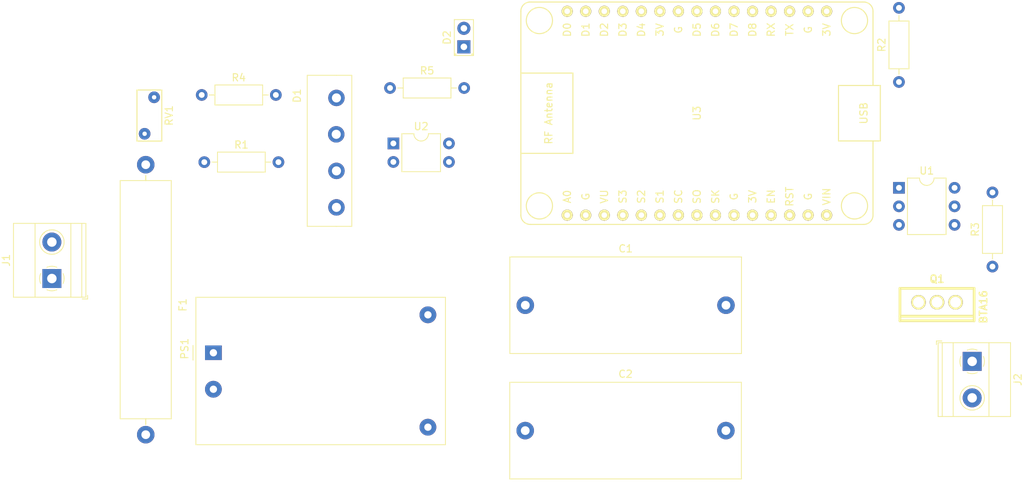
<source format=kicad_pcb>
(kicad_pcb (version 20171130) (host pcbnew "(5.1.2-1)-1")

  (general
    (thickness 1.6)
    (drawings 0)
    (tracks 0)
    (zones 0)
    (modules 18)
    (nets 41)
  )

  (page A4)
  (layers
    (0 F.Cu signal)
    (31 B.Cu signal)
    (32 B.Adhes user)
    (33 F.Adhes user)
    (34 B.Paste user)
    (35 F.Paste user)
    (36 B.SilkS user)
    (37 F.SilkS user)
    (38 B.Mask user)
    (39 F.Mask user)
    (40 Dwgs.User user)
    (41 Cmts.User user)
    (42 Eco1.User user)
    (43 Eco2.User user)
    (44 Edge.Cuts user)
    (45 Margin user)
    (46 B.CrtYd user)
    (47 F.CrtYd user)
    (48 B.Fab user)
    (49 F.Fab user)
  )

  (setup
    (last_trace_width 0.25)
    (trace_clearance 0.2)
    (zone_clearance 0.508)
    (zone_45_only no)
    (trace_min 0.2)
    (via_size 0.8)
    (via_drill 0.4)
    (via_min_size 0.4)
    (via_min_drill 0.3)
    (uvia_size 0.3)
    (uvia_drill 0.1)
    (uvias_allowed no)
    (uvia_min_size 0.2)
    (uvia_min_drill 0.1)
    (edge_width 0.05)
    (segment_width 0.2)
    (pcb_text_width 0.3)
    (pcb_text_size 1.5 1.5)
    (mod_edge_width 0.12)
    (mod_text_size 1 1)
    (mod_text_width 0.15)
    (pad_size 1.524 1.524)
    (pad_drill 0.762)
    (pad_to_mask_clearance 0.051)
    (solder_mask_min_width 0.25)
    (aux_axis_origin 0 0)
    (visible_elements FFFFEF7F)
    (pcbplotparams
      (layerselection 0x010fc_ffffffff)
      (usegerberextensions false)
      (usegerberattributes false)
      (usegerberadvancedattributes false)
      (creategerberjobfile false)
      (excludeedgelayer true)
      (linewidth 0.100000)
      (plotframeref false)
      (viasonmask false)
      (mode 1)
      (useauxorigin false)
      (hpglpennumber 1)
      (hpglpenspeed 20)
      (hpglpendiameter 15.000000)
      (psnegative false)
      (psa4output false)
      (plotreference true)
      (plotvalue true)
      (plotinvisibletext false)
      (padsonsilk false)
      (subtractmaskfromsilk false)
      (outputformat 1)
      (mirror false)
      (drillshape 1)
      (scaleselection 1)
      (outputdirectory ""))
  )

  (net 0 "")
  (net 1 "Net-(D1-Pad4)")
  (net 2 "Net-(D1-Pad3)")
  (net 3 "Net-(D1-Pad2)")
  (net 4 "Net-(D1-Pad1)")
  (net 5 "Net-(D2-Pad2)")
  (net 6 GND_3V3)
  (net 7 220AC)
  (net 8 "Net-(F1-Pad1)")
  (net 9 Neutro)
  (net 10 Fase_out)
  (net 11 "Net-(Q1-Pad3)")
  (net 12 fase_flag)
  (net 13 "Net-(R2-Pad1)")
  (net 14 "Net-(R3-Pad2)")
  (net 15 ADC)
  (net 16 "Net-(U1-Pad3)")
  (net 17 "Net-(U1-Pad5)")
  (net 18 "Net-(U2-Pad3)")
  (net 19 "Net-(U3-Pad28)")
  (net 20 "Net-(U3-Pad27)")
  (net 21 "Net-(U3-Pad26)")
  (net 22 3V3)
  (net 23 "Net-(U3-Pad23)")
  (net 24 "Net-(U3-Pad22)")
  (net 25 "Net-(U3-Pad21)")
  (net 26 "Net-(U3-Pad20)")
  (net 27 "Net-(U3-Pad19)")
  (net 28 "Net-(U3-Pad18)")
  (net 29 "Net-(U3-Pad13)")
  (net 30 "Net-(U3-Pad12)")
  (net 31 "Net-(U3-Pad9)")
  (net 32 "Net-(U3-Pad8)")
  (net 33 "Net-(U3-Pad7)")
  (net 34 "Net-(U3-Pad6)")
  (net 35 "Net-(U3-Pad5)")
  (net 36 "Net-(U3-Pad4)")
  (net 37 "Net-(U3-Pad3)")
  (net 38 "Net-(U3-Pad2)")
  (net 39 GND)
  (net 40 +3V3)

  (net_class Default "Esta es la clase de red por defecto."
    (clearance 0.2)
    (trace_width 0.25)
    (via_dia 0.8)
    (via_drill 0.4)
    (uvia_dia 0.3)
    (uvia_drill 0.1)
    (add_net +3V3)
    (add_net 220AC)
    (add_net 3V3)
    (add_net ADC)
    (add_net Fase_out)
    (add_net GND)
    (add_net GND_3V3)
    (add_net "Net-(D1-Pad1)")
    (add_net "Net-(D1-Pad2)")
    (add_net "Net-(D1-Pad3)")
    (add_net "Net-(D1-Pad4)")
    (add_net "Net-(D2-Pad2)")
    (add_net "Net-(F1-Pad1)")
    (add_net "Net-(Q1-Pad3)")
    (add_net "Net-(R2-Pad1)")
    (add_net "Net-(R3-Pad2)")
    (add_net "Net-(U1-Pad3)")
    (add_net "Net-(U1-Pad5)")
    (add_net "Net-(U2-Pad3)")
    (add_net "Net-(U3-Pad12)")
    (add_net "Net-(U3-Pad13)")
    (add_net "Net-(U3-Pad18)")
    (add_net "Net-(U3-Pad19)")
    (add_net "Net-(U3-Pad2)")
    (add_net "Net-(U3-Pad20)")
    (add_net "Net-(U3-Pad21)")
    (add_net "Net-(U3-Pad22)")
    (add_net "Net-(U3-Pad23)")
    (add_net "Net-(U3-Pad26)")
    (add_net "Net-(U3-Pad27)")
    (add_net "Net-(U3-Pad28)")
    (add_net "Net-(U3-Pad3)")
    (add_net "Net-(U3-Pad4)")
    (add_net "Net-(U3-Pad5)")
    (add_net "Net-(U3-Pad6)")
    (add_net "Net-(U3-Pad7)")
    (add_net "Net-(U3-Pad8)")
    (add_net "Net-(U3-Pad9)")
    (add_net Neutro)
    (add_net fase_flag)
  )

  (module Converter_ACDC:Converter_ACDC_HiLink_HLK-PMxx (layer F.Cu) (tedit 5C1AC1CD) (tstamp 5F2ED72F)
    (at 63.3222 97.1677)
    (descr "ACDC-Converter, 3W, HiLink, HLK-PMxx, THT, http://www.hlktech.net/product_detail.php?ProId=54")
    (tags "ACDC-Converter 3W THT HiLink board mount module")
    (path /5F2C88CC)
    (fp_text reference PS1 (at -3.94 -0.55 90) (layer F.SilkS)
      (effects (font (size 1 1) (thickness 0.15)))
    )
    (fp_text value HLK-PM03 (at 15.79 13.85) (layer F.Fab)
      (effects (font (size 1 1) (thickness 0.15)))
    )
    (fp_line (start -2.79 -1) (end -2.79 1.01) (layer F.SilkS) (width 0.12))
    (fp_line (start 31.8 -7.6) (end -2.4 -7.6) (layer F.SilkS) (width 0.12))
    (fp_line (start 31.8 12.6) (end 31.8 -7.6) (layer F.SilkS) (width 0.12))
    (fp_line (start -2.4 12.6) (end 31.8 12.6) (layer F.SilkS) (width 0.12))
    (fp_line (start -2.4 -7.6) (end -2.4 12.6) (layer F.SilkS) (width 0.12))
    (fp_line (start -2.55 -7.75) (end -2.55 12.75) (layer F.CrtYd) (width 0.05))
    (fp_line (start 31.95 -7.75) (end -2.55 -7.75) (layer F.CrtYd) (width 0.05))
    (fp_line (start 31.95 12.75) (end 31.95 -7.75) (layer F.CrtYd) (width 0.05))
    (fp_line (start -2.55 12.75) (end 31.95 12.75) (layer F.CrtYd) (width 0.05))
    (fp_line (start -2.3 -1) (end -2.3 -7.5) (layer F.Fab) (width 0.1))
    (fp_line (start -2.29 -1) (end -1.29 0) (layer F.Fab) (width 0.1))
    (fp_line (start -1.29 0) (end -2.29 1) (layer F.Fab) (width 0.1))
    (fp_text user %R (at 14.68 1.17) (layer F.Fab)
      (effects (font (size 1 1) (thickness 0.15)))
    )
    (fp_line (start -2.3 -7.5) (end 31.7 -7.5) (layer F.Fab) (width 0.1))
    (fp_line (start -2.3 12.5) (end -2.3 0.99) (layer F.Fab) (width 0.1))
    (fp_line (start 31.7 12.5) (end 31.7 -7.5) (layer F.Fab) (width 0.1))
    (fp_line (start -2.3 12.5) (end 31.7 12.5) (layer F.Fab) (width 0.1))
    (pad 4 thru_hole circle (at 29.4 10.2) (size 2.3 2.3) (drill 1) (layers *.Cu *.Mask)
      (net 40 +3V3))
    (pad 2 thru_hole circle (at 0 5) (size 2.3 2.3) (drill 1) (layers *.Cu *.Mask)
      (net 9 Neutro))
    (pad 1 thru_hole rect (at 0 0) (size 2.3 2) (drill 1) (layers *.Cu *.Mask)
      (net 7 220AC))
    (pad 3 thru_hole circle (at 29.4 -5.2) (size 2.3 2.3) (drill 1) (layers *.Cu *.Mask)
      (net 39 GND))
    (model ${KISYS3DMOD}/Converter_ACDC.3dshapes/Converter_ACDC_HiLink_HLK-PMxx.wrl
      (at (xyz 0 0 0))
      (scale (xyz 1 1 1))
      (rotate (xyz 0 0 0))
    )
  )

  (module Capacitor_THT:C_Rect_L31.5mm_W13.0mm_P27.50mm_MKS4 (layer F.Cu) (tedit 5AE50EF0) (tstamp 5F2ED60B)
    (at 106.0577 107.8357)
    (descr "C, Rect series, Radial, pin pitch=27.50mm, , length*width=31.5*13mm^2, Capacitor, http://www.wima.com/EN/WIMA_MKS_4.pdf")
    (tags "C Rect series Radial pin pitch 27.50mm  length 31.5mm width 13mm Capacitor")
    (path /5F2F294A)
    (fp_text reference C2 (at 13.75 -7.75) (layer F.SilkS)
      (effects (font (size 1 1) (thickness 0.15)))
    )
    (fp_text value 22uf (at 13.75 7.75) (layer F.Fab)
      (effects (font (size 1 1) (thickness 0.15)))
    )
    (fp_text user %R (at 13.75 0) (layer F.Fab)
      (effects (font (size 1 1) (thickness 0.15)))
    )
    (fp_line (start 29.75 -6.75) (end -2.25 -6.75) (layer F.CrtYd) (width 0.05))
    (fp_line (start 29.75 6.75) (end 29.75 -6.75) (layer F.CrtYd) (width 0.05))
    (fp_line (start -2.25 6.75) (end 29.75 6.75) (layer F.CrtYd) (width 0.05))
    (fp_line (start -2.25 -6.75) (end -2.25 6.75) (layer F.CrtYd) (width 0.05))
    (fp_line (start 29.62 -6.62) (end 29.62 6.62) (layer F.SilkS) (width 0.12))
    (fp_line (start -2.12 -6.62) (end -2.12 6.62) (layer F.SilkS) (width 0.12))
    (fp_line (start -2.12 6.62) (end 29.62 6.62) (layer F.SilkS) (width 0.12))
    (fp_line (start -2.12 -6.62) (end 29.62 -6.62) (layer F.SilkS) (width 0.12))
    (fp_line (start 29.5 -6.5) (end -2 -6.5) (layer F.Fab) (width 0.1))
    (fp_line (start 29.5 6.5) (end 29.5 -6.5) (layer F.Fab) (width 0.1))
    (fp_line (start -2 6.5) (end 29.5 6.5) (layer F.Fab) (width 0.1))
    (fp_line (start -2 -6.5) (end -2 6.5) (layer F.Fab) (width 0.1))
    (pad 2 thru_hole circle (at 27.5 0) (size 2.4 2.4) (drill 1.2) (layers *.Cu *.Mask)
      (net 39 GND))
    (pad 1 thru_hole circle (at 0 0) (size 2.4 2.4) (drill 1.2) (layers *.Cu *.Mask)
      (net 40 +3V3))
    (model ${KISYS3DMOD}/Capacitor_THT.3dshapes/C_Rect_L31.5mm_W13.0mm_P27.50mm_MKS4.wrl
      (at (xyz 0 0 0))
      (scale (xyz 1 1 1))
      (rotate (xyz 0 0 0))
    )
  )

  (module Capacitor_THT:C_Rect_L31.5mm_W13.0mm_P27.50mm_MKS4 (layer F.Cu) (tedit 5AE50EF0) (tstamp 5F2ED5F8)
    (at 106.0704 90.6526)
    (descr "C, Rect series, Radial, pin pitch=27.50mm, , length*width=31.5*13mm^2, Capacitor, http://www.wima.com/EN/WIMA_MKS_4.pdf")
    (tags "C Rect series Radial pin pitch 27.50mm  length 31.5mm width 13mm Capacitor")
    (path /5F2EE584)
    (fp_text reference C1 (at 13.75 -7.75) (layer F.SilkS)
      (effects (font (size 1 1) (thickness 0.15)))
    )
    (fp_text value 10uf (at 13.75 7.75) (layer F.Fab)
      (effects (font (size 1 1) (thickness 0.15)))
    )
    (fp_text user %R (at 13.75 0) (layer F.Fab)
      (effects (font (size 1 1) (thickness 0.15)))
    )
    (fp_line (start 29.75 -6.75) (end -2.25 -6.75) (layer F.CrtYd) (width 0.05))
    (fp_line (start 29.75 6.75) (end 29.75 -6.75) (layer F.CrtYd) (width 0.05))
    (fp_line (start -2.25 6.75) (end 29.75 6.75) (layer F.CrtYd) (width 0.05))
    (fp_line (start -2.25 -6.75) (end -2.25 6.75) (layer F.CrtYd) (width 0.05))
    (fp_line (start 29.62 -6.62) (end 29.62 6.62) (layer F.SilkS) (width 0.12))
    (fp_line (start -2.12 -6.62) (end -2.12 6.62) (layer F.SilkS) (width 0.12))
    (fp_line (start -2.12 6.62) (end 29.62 6.62) (layer F.SilkS) (width 0.12))
    (fp_line (start -2.12 -6.62) (end 29.62 -6.62) (layer F.SilkS) (width 0.12))
    (fp_line (start 29.5 -6.5) (end -2 -6.5) (layer F.Fab) (width 0.1))
    (fp_line (start 29.5 6.5) (end 29.5 -6.5) (layer F.Fab) (width 0.1))
    (fp_line (start -2 6.5) (end 29.5 6.5) (layer F.Fab) (width 0.1))
    (fp_line (start -2 -6.5) (end -2 6.5) (layer F.Fab) (width 0.1))
    (pad 2 thru_hole circle (at 27.5 0) (size 2.4 2.4) (drill 1.2) (layers *.Cu *.Mask)
      (net 39 GND))
    (pad 1 thru_hole circle (at 0 0) (size 2.4 2.4) (drill 1.2) (layers *.Cu *.Mask)
      (net 40 +3V3))
    (model ${KISYS3DMOD}/Capacitor_THT.3dshapes/C_Rect_L31.5mm_W13.0mm_P27.50mm_MKS4.wrl
      (at (xyz 0 0 0))
      (scale (xyz 1 1 1))
      (rotate (xyz 0 0 0))
    )
  )

  (module "ESP3288:NodeMCU1.0(12-E)" (layer F.Cu) (tedit 5AF3DDCB) (tstamp 5ECAE602)
    (at 129.5908 64.3382 90)
    (path /5EC968D0)
    (fp_text reference U3 (at 0 0 90) (layer F.SilkS)
      (effects (font (size 1 1) (thickness 0.15)))
    )
    (fp_text value "NodeMCU1.0(ESP-12E)" (at 0 -5.08 90) (layer F.Fab)
      (effects (font (size 1 1) (thickness 0.15)))
    )
    (fp_line (start 13.97 -24.13) (end -13.97 -24.13) (layer F.SilkS) (width 0.15))
    (fp_circle (center 12.7 -21.59) (end 13.97 -22.86) (layer F.SilkS) (width 0.15))
    (fp_circle (center -12.7 -21.59) (end -11.43 -22.86) (layer F.SilkS) (width 0.15))
    (fp_circle (center -12.7 21.59) (end -11.43 20.32) (layer F.SilkS) (width 0.15))
    (fp_circle (center 12.7 21.59) (end 13.97 20.32) (layer F.SilkS) (width 0.15))
    (fp_text user D0 (at 11.43 -17.78 90) (layer F.SilkS)
      (effects (font (size 1 1) (thickness 0.15)))
    )
    (fp_text user D1 (at 11.43 -15.24 90) (layer F.SilkS)
      (effects (font (size 1 1) (thickness 0.15)))
    )
    (fp_text user D2 (at 11.43 -12.7 90) (layer F.SilkS)
      (effects (font (size 1 1) (thickness 0.15)))
    )
    (fp_text user D3 (at 11.43 -10.16 90) (layer F.SilkS)
      (effects (font (size 1 1) (thickness 0.15)))
    )
    (fp_text user D4 (at 11.43 -7.62 90) (layer F.SilkS)
      (effects (font (size 1 1) (thickness 0.15)))
    )
    (fp_text user 3V (at 11.43 -5.08 90) (layer F.SilkS)
      (effects (font (size 1 1) (thickness 0.15)))
    )
    (fp_text user G (at 11.43 -2.54 90) (layer F.SilkS)
      (effects (font (size 1 1) (thickness 0.15)))
    )
    (fp_text user D5 (at 11.43 0 90) (layer F.SilkS)
      (effects (font (size 1 1) (thickness 0.15)))
    )
    (fp_text user D6 (at 11.43 2.54 90) (layer F.SilkS)
      (effects (font (size 1 1) (thickness 0.15)))
    )
    (fp_text user D7 (at 11.43 5.08 90) (layer F.SilkS)
      (effects (font (size 1 1) (thickness 0.15)))
    )
    (fp_text user D8 (at 11.43 7.62 90) (layer F.SilkS)
      (effects (font (size 1 1) (thickness 0.15)))
    )
    (fp_text user RX (at 11.43 10.16 90) (layer F.SilkS)
      (effects (font (size 1 1) (thickness 0.15)))
    )
    (fp_text user TX (at 11.43 12.7 90) (layer F.SilkS)
      (effects (font (size 1 1) (thickness 0.15)))
    )
    (fp_text user G (at 11.43 15.24 90) (layer F.SilkS)
      (effects (font (size 1 1) (thickness 0.15)))
    )
    (fp_text user 3V (at 11.43 17.78 90) (layer F.SilkS)
      (effects (font (size 1 1) (thickness 0.15)))
    )
    (fp_text user A0 (at -11.43 -17.78 90) (layer F.SilkS)
      (effects (font (size 1 1) (thickness 0.15)))
    )
    (fp_text user G (at -11.43 -15.24 90) (layer F.SilkS)
      (effects (font (size 1 1) (thickness 0.15)))
    )
    (fp_text user VU (at -11.43 -12.7 90) (layer F.SilkS)
      (effects (font (size 1 1) (thickness 0.15)))
    )
    (fp_text user S3 (at -11.43 -10.16 90) (layer F.SilkS)
      (effects (font (size 1 1) (thickness 0.15)))
    )
    (fp_text user S2 (at -11.43 -7.62 90) (layer F.SilkS)
      (effects (font (size 1 1) (thickness 0.15)))
    )
    (fp_text user S1 (at -11.43 -5.08 90) (layer F.SilkS)
      (effects (font (size 1 1) (thickness 0.15)))
    )
    (fp_text user SC (at -11.43 -2.54 90) (layer F.SilkS)
      (effects (font (size 1 1) (thickness 0.15)))
    )
    (fp_text user SO (at -11.43 0 90) (layer F.SilkS)
      (effects (font (size 1 1) (thickness 0.15)))
    )
    (fp_text user SK (at -11.43 2.54 90) (layer F.SilkS)
      (effects (font (size 1 1) (thickness 0.15)))
    )
    (fp_text user G (at -11.43 5.08 90) (layer F.SilkS)
      (effects (font (size 1 1) (thickness 0.15)))
    )
    (fp_text user 3V (at -11.43 7.62 90) (layer F.SilkS)
      (effects (font (size 1 1) (thickness 0.15)))
    )
    (fp_text user EN (at -11.43 10.16 90) (layer F.SilkS)
      (effects (font (size 1 1) (thickness 0.15)))
    )
    (fp_text user RST (at -11.43 12.7 90) (layer F.SilkS)
      (effects (font (size 1 1) (thickness 0.15)))
    )
    (fp_text user G (at -11.43 15.24 90) (layer F.SilkS)
      (effects (font (size 1 1) (thickness 0.15)))
    )
    (fp_text user VIN (at -11.43 17.78 90) (layer F.SilkS)
      (effects (font (size 1 1) (thickness 0.15)))
    )
    (fp_line (start -3.8 24.13) (end -13.97 24.13) (layer F.SilkS) (width 0.15))
    (fp_line (start -15.24 -22.86) (end -15.24 22.86) (layer F.SilkS) (width 0.15))
    (fp_line (start 15.24 -22.86) (end 15.24 22.86) (layer F.SilkS) (width 0.15))
    (fp_arc (start -13.97 22.86) (end -13.97 24.13) (angle 90) (layer F.SilkS) (width 0.15))
    (fp_arc (start 13.97 22.86) (end 15.24 22.86) (angle 90) (layer F.SilkS) (width 0.15))
    (fp_arc (start 13.97 -22.86) (end 13.97 -24.13) (angle 90) (layer F.SilkS) (width 0.15))
    (fp_arc (start -13.97 -22.86) (end -15.24 -22.86) (angle 90) (layer F.SilkS) (width 0.15))
    (fp_line (start 3.8 25.13) (end -3.8 25.13) (layer F.SilkS) (width 0.15))
    (fp_line (start 3.8 19.4) (end 3.8 25.13) (layer F.SilkS) (width 0.15))
    (fp_line (start -3.8 19.4) (end 3.8 19.4) (layer F.SilkS) (width 0.15))
    (fp_line (start -3.8 25.13) (end -3.8 19.4) (layer F.SilkS) (width 0.15))
    (fp_line (start -5.5 -17) (end -5.5 -24.13) (layer F.SilkS) (width 0.15))
    (fp_line (start 5.5 -24.13) (end 5.5 -17) (layer F.SilkS) (width 0.15))
    (fp_line (start 5.5 -17) (end -5.5 -17) (layer F.SilkS) (width 0.15))
    (fp_text user "RF Antenna" (at 0 -20.32 90) (layer F.SilkS)
      (effects (font (size 1 1) (thickness 0.15)))
    )
    (fp_text user USB (at 0 22.86 90) (layer F.SilkS)
      (effects (font (size 1 1) (thickness 0.15)))
    )
    (fp_line (start 13.98 24.13) (end 3.81 24.13) (layer F.SilkS) (width 0.15))
    (pad 30 thru_hole circle (at 13.97 -17.78 90) (size 1.524 1.524) (drill 0.762) (layers *.Cu *.Mask F.SilkS)
      (net 12 fase_flag))
    (pad 29 thru_hole circle (at 13.97 -15.24 90) (size 1.524 1.524) (drill 0.762) (layers *.Cu *.Mask F.SilkS)
      (net 5 "Net-(D2-Pad2)"))
    (pad 28 thru_hole circle (at 13.97 -12.7 90) (size 1.524 1.524) (drill 0.762) (layers *.Cu *.Mask F.SilkS)
      (net 19 "Net-(U3-Pad28)"))
    (pad 27 thru_hole circle (at 13.97 -10.16 90) (size 1.524 1.524) (drill 0.762) (layers *.Cu *.Mask F.SilkS)
      (net 20 "Net-(U3-Pad27)"))
    (pad 26 thru_hole circle (at 13.97 -7.62 90) (size 1.524 1.524) (drill 0.762) (layers *.Cu *.Mask F.SilkS)
      (net 21 "Net-(U3-Pad26)"))
    (pad 25 thru_hole circle (at 13.97 -5.08 90) (size 1.524 1.524) (drill 0.762) (layers *.Cu *.Mask F.SilkS)
      (net 22 3V3))
    (pad 24 thru_hole circle (at 13.97 -2.54 90) (size 1.524 1.524) (drill 0.762) (layers *.Cu *.Mask F.SilkS)
      (net 6 GND_3V3))
    (pad 23 thru_hole circle (at 13.97 0 90) (size 1.524 1.524) (drill 0.762) (layers *.Cu *.Mask F.SilkS)
      (net 23 "Net-(U3-Pad23)"))
    (pad 22 thru_hole circle (at 13.97 2.54 90) (size 1.524 1.524) (drill 0.762) (layers *.Cu *.Mask F.SilkS)
      (net 24 "Net-(U3-Pad22)"))
    (pad 21 thru_hole circle (at 13.97 5.08 90) (size 1.524 1.524) (drill 0.762) (layers *.Cu *.Mask F.SilkS)
      (net 25 "Net-(U3-Pad21)"))
    (pad 20 thru_hole circle (at 13.97 7.62 90) (size 1.524 1.524) (drill 0.762) (layers *.Cu *.Mask F.SilkS)
      (net 26 "Net-(U3-Pad20)"))
    (pad 19 thru_hole circle (at 13.97 10.16 90) (size 1.524 1.524) (drill 0.762) (layers *.Cu *.Mask F.SilkS)
      (net 27 "Net-(U3-Pad19)"))
    (pad 18 thru_hole circle (at 13.97 12.7 90) (size 1.524 1.524) (drill 0.762) (layers *.Cu *.Mask F.SilkS)
      (net 28 "Net-(U3-Pad18)"))
    (pad 17 thru_hole circle (at 13.97 15.24 90) (size 1.524 1.524) (drill 0.762) (layers *.Cu *.Mask F.SilkS)
      (net 6 GND_3V3))
    (pad 16 thru_hole circle (at 13.97 17.78 90) (size 1.524 1.524) (drill 0.762) (layers *.Cu *.Mask F.SilkS)
      (net 22 3V3))
    (pad 15 thru_hole circle (at -13.97 17.78 90) (size 1.524 1.524) (drill 0.762) (layers *.Cu *.Mask F.SilkS)
      (net 39 GND))
    (pad 14 thru_hole circle (at -13.97 15.24 90) (size 1.524 1.524) (drill 0.762) (layers *.Cu *.Mask F.SilkS)
      (net 40 +3V3))
    (pad 13 thru_hole circle (at -13.97 12.7 90) (size 1.524 1.524) (drill 0.762) (layers *.Cu *.Mask F.SilkS)
      (net 29 "Net-(U3-Pad13)"))
    (pad 12 thru_hole circle (at -13.97 10.16 90) (size 1.524 1.524) (drill 0.762) (layers *.Cu *.Mask F.SilkS)
      (net 30 "Net-(U3-Pad12)"))
    (pad 11 thru_hole circle (at -13.97 7.62 90) (size 1.524 1.524) (drill 0.762) (layers *.Cu *.Mask F.SilkS)
      (net 22 3V3))
    (pad 10 thru_hole circle (at -13.97 5.08 90) (size 1.524 1.524) (drill 0.762) (layers *.Cu *.Mask F.SilkS)
      (net 6 GND_3V3))
    (pad 9 thru_hole circle (at -13.97 2.54 90) (size 1.524 1.524) (drill 0.762) (layers *.Cu *.Mask F.SilkS)
      (net 31 "Net-(U3-Pad9)"))
    (pad 8 thru_hole circle (at -13.97 0 90) (size 1.524 1.524) (drill 0.762) (layers *.Cu *.Mask F.SilkS)
      (net 32 "Net-(U3-Pad8)"))
    (pad 7 thru_hole circle (at -13.97 -2.54 90) (size 1.524 1.524) (drill 0.762) (layers *.Cu *.Mask F.SilkS)
      (net 33 "Net-(U3-Pad7)"))
    (pad 6 thru_hole circle (at -13.97 -5.08 90) (size 1.524 1.524) (drill 0.762) (layers *.Cu *.Mask F.SilkS)
      (net 34 "Net-(U3-Pad6)"))
    (pad 5 thru_hole circle (at -13.97 -7.62 90) (size 1.524 1.524) (drill 0.762) (layers *.Cu *.Mask F.SilkS)
      (net 35 "Net-(U3-Pad5)"))
    (pad 4 thru_hole circle (at -13.97 -10.16 90) (size 1.524 1.524) (drill 0.762) (layers *.Cu *.Mask F.SilkS)
      (net 36 "Net-(U3-Pad4)"))
    (pad 3 thru_hole circle (at -13.97 -12.7 90) (size 1.524 1.524) (drill 0.762) (layers *.Cu *.Mask F.SilkS)
      (net 37 "Net-(U3-Pad3)"))
    (pad 2 thru_hole circle (at -13.97 -15.24 90) (size 1.524 1.524) (drill 0.762) (layers *.Cu *.Mask F.SilkS)
      (net 38 "Net-(U3-Pad2)"))
    (pad 1 thru_hole circle (at -13.97 -17.78 90) (size 1.524 1.524) (drill 0.762) (layers *.Cu *.Mask F.SilkS)
      (net 15 ADC))
  )

  (module Package_DIP:DIP-4_W7.62mm (layer F.Cu) (tedit 5A02E8C5) (tstamp 5ECAE5AC)
    (at 87.9856 68.4784)
    (descr "4-lead though-hole mounted DIP package, row spacing 7.62 mm (300 mils)")
    (tags "THT DIP DIL PDIP 2.54mm 7.62mm 300mil")
    (path /5ED44CC6)
    (fp_text reference U2 (at 3.81 -2.33) (layer F.SilkS)
      (effects (font (size 1 1) (thickness 0.15)))
    )
    (fp_text value EL817 (at 3.81 4.87) (layer F.Fab)
      (effects (font (size 1 1) (thickness 0.15)))
    )
    (fp_text user %R (at 3.81 1.27) (layer F.Fab)
      (effects (font (size 1 1) (thickness 0.15)))
    )
    (fp_line (start 8.7 -1.55) (end -1.1 -1.55) (layer F.CrtYd) (width 0.05))
    (fp_line (start 8.7 4.1) (end 8.7 -1.55) (layer F.CrtYd) (width 0.05))
    (fp_line (start -1.1 4.1) (end 8.7 4.1) (layer F.CrtYd) (width 0.05))
    (fp_line (start -1.1 -1.55) (end -1.1 4.1) (layer F.CrtYd) (width 0.05))
    (fp_line (start 6.46 -1.33) (end 4.81 -1.33) (layer F.SilkS) (width 0.12))
    (fp_line (start 6.46 3.87) (end 6.46 -1.33) (layer F.SilkS) (width 0.12))
    (fp_line (start 1.16 3.87) (end 6.46 3.87) (layer F.SilkS) (width 0.12))
    (fp_line (start 1.16 -1.33) (end 1.16 3.87) (layer F.SilkS) (width 0.12))
    (fp_line (start 2.81 -1.33) (end 1.16 -1.33) (layer F.SilkS) (width 0.12))
    (fp_line (start 0.635 -0.27) (end 1.635 -1.27) (layer F.Fab) (width 0.1))
    (fp_line (start 0.635 3.81) (end 0.635 -0.27) (layer F.Fab) (width 0.1))
    (fp_line (start 6.985 3.81) (end 0.635 3.81) (layer F.Fab) (width 0.1))
    (fp_line (start 6.985 -1.27) (end 6.985 3.81) (layer F.Fab) (width 0.1))
    (fp_line (start 1.635 -1.27) (end 6.985 -1.27) (layer F.Fab) (width 0.1))
    (fp_arc (start 3.81 -1.33) (end 2.81 -1.33) (angle -180) (layer F.SilkS) (width 0.12))
    (pad 4 thru_hole oval (at 7.62 0) (size 1.6 1.6) (drill 0.8) (layers *.Cu *.Mask)
      (net 15 ADC))
    (pad 2 thru_hole oval (at 0 2.54) (size 1.6 1.6) (drill 0.8) (layers *.Cu *.Mask)
      (net 1 "Net-(D1-Pad4)"))
    (pad 3 thru_hole oval (at 7.62 2.54) (size 1.6 1.6) (drill 0.8) (layers *.Cu *.Mask)
      (net 18 "Net-(U2-Pad3)"))
    (pad 1 thru_hole rect (at 0 0) (size 1.6 1.6) (drill 0.8) (layers *.Cu *.Mask)
      (net 4 "Net-(D1-Pad1)"))
    (model ${KISYS3DMOD}/Package_DIP.3dshapes/DIP-4_W7.62mm.wrl
      (at (xyz 0 0 0))
      (scale (xyz 1 1 1))
      (rotate (xyz 0 0 0))
    )
  )

  (module Package_DIP:DIP-6_W7.62mm (layer F.Cu) (tedit 5A02E8C5) (tstamp 5ECAE594)
    (at 157.2768 74.5617)
    (descr "6-lead though-hole mounted DIP package, row spacing 7.62 mm (300 mils)")
    (tags "THT DIP DIL PDIP 2.54mm 7.62mm 300mil")
    (path /5ED8C547)
    (fp_text reference U1 (at 3.81 -2.33) (layer F.SilkS)
      (effects (font (size 1 1) (thickness 0.15)))
    )
    (fp_text value MOC3020 (at 3.81 7.41) (layer F.Fab)
      (effects (font (size 1 1) (thickness 0.15)))
    )
    (fp_text user %R (at 3.81 2.54) (layer F.Fab)
      (effects (font (size 1 1) (thickness 0.15)))
    )
    (fp_line (start 8.7 -1.55) (end -1.1 -1.55) (layer F.CrtYd) (width 0.05))
    (fp_line (start 8.7 6.6) (end 8.7 -1.55) (layer F.CrtYd) (width 0.05))
    (fp_line (start -1.1 6.6) (end 8.7 6.6) (layer F.CrtYd) (width 0.05))
    (fp_line (start -1.1 -1.55) (end -1.1 6.6) (layer F.CrtYd) (width 0.05))
    (fp_line (start 6.46 -1.33) (end 4.81 -1.33) (layer F.SilkS) (width 0.12))
    (fp_line (start 6.46 6.41) (end 6.46 -1.33) (layer F.SilkS) (width 0.12))
    (fp_line (start 1.16 6.41) (end 6.46 6.41) (layer F.SilkS) (width 0.12))
    (fp_line (start 1.16 -1.33) (end 1.16 6.41) (layer F.SilkS) (width 0.12))
    (fp_line (start 2.81 -1.33) (end 1.16 -1.33) (layer F.SilkS) (width 0.12))
    (fp_line (start 0.635 -0.27) (end 1.635 -1.27) (layer F.Fab) (width 0.1))
    (fp_line (start 0.635 6.35) (end 0.635 -0.27) (layer F.Fab) (width 0.1))
    (fp_line (start 6.985 6.35) (end 0.635 6.35) (layer F.Fab) (width 0.1))
    (fp_line (start 6.985 -1.27) (end 6.985 6.35) (layer F.Fab) (width 0.1))
    (fp_line (start 1.635 -1.27) (end 6.985 -1.27) (layer F.Fab) (width 0.1))
    (fp_arc (start 3.81 -1.33) (end 2.81 -1.33) (angle -180) (layer F.SilkS) (width 0.12))
    (pad 6 thru_hole oval (at 7.62 0) (size 1.6 1.6) (drill 0.8) (layers *.Cu *.Mask)
      (net 14 "Net-(R3-Pad2)"))
    (pad 3 thru_hole oval (at 0 5.08) (size 1.6 1.6) (drill 0.8) (layers *.Cu *.Mask)
      (net 16 "Net-(U1-Pad3)"))
    (pad 5 thru_hole oval (at 7.62 2.54) (size 1.6 1.6) (drill 0.8) (layers *.Cu *.Mask)
      (net 17 "Net-(U1-Pad5)"))
    (pad 2 thru_hole oval (at 0 2.54) (size 1.6 1.6) (drill 0.8) (layers *.Cu *.Mask)
      (net 6 GND_3V3))
    (pad 4 thru_hole oval (at 7.62 5.08) (size 1.6 1.6) (drill 0.8) (layers *.Cu *.Mask)
      (net 11 "Net-(Q1-Pad3)"))
    (pad 1 thru_hole rect (at 0 0) (size 1.6 1.6) (drill 0.8) (layers *.Cu *.Mask)
      (net 13 "Net-(R2-Pad1)"))
    (model ${KISYS3DMOD}/Package_DIP.3dshapes/DIP-6_W7.62mm.wrl
      (at (xyz 0 0 0))
      (scale (xyz 1 1 1))
      (rotate (xyz 0 0 0))
    )
  )

  (module Varistor:RV_Disc_D7mm_W3.4mm_P5mm (layer F.Cu) (tedit 5A0F68DF) (tstamp 5ECAE57A)
    (at 53.8988 67.1576 90)
    (descr "Varistor, diameter 7mm, width 3.4mm, pitch 5mm")
    (tags "varistor SIOV")
    (path /5ED798EB)
    (fp_text reference RV1 (at 2.5 3.35 90) (layer F.SilkS)
      (effects (font (size 1 1) (thickness 0.15)))
    )
    (fp_text value Varistor (at 2.5 -2.05 90) (layer F.Fab)
      (effects (font (size 1 1) (thickness 0.15)))
    )
    (fp_line (start -1 -1.05) (end -1 2.35) (layer F.Fab) (width 0.1))
    (fp_line (start 6 -1.05) (end 6 2.35) (layer F.Fab) (width 0.1))
    (fp_line (start -1 -1.05) (end 6 -1.05) (layer F.Fab) (width 0.1))
    (fp_line (start -1 2.35) (end 6 2.35) (layer F.Fab) (width 0.1))
    (fp_line (start -1 -1.05) (end -1 2.35) (layer F.SilkS) (width 0.15))
    (fp_line (start 6 -1.05) (end 6 2.35) (layer F.SilkS) (width 0.15))
    (fp_line (start -1 -1.05) (end 6 -1.05) (layer F.SilkS) (width 0.15))
    (fp_line (start -1 2.35) (end 6 2.35) (layer F.SilkS) (width 0.15))
    (fp_line (start -1.25 -1.3) (end -1.25 2.6) (layer F.CrtYd) (width 0.05))
    (fp_line (start 6.25 -1.3) (end 6.25 2.6) (layer F.CrtYd) (width 0.05))
    (fp_line (start -1.25 -1.3) (end 6.25 -1.3) (layer F.CrtYd) (width 0.05))
    (fp_line (start -1.25 2.6) (end 6.25 2.6) (layer F.CrtYd) (width 0.05))
    (fp_text user %R (at 2.5 0.65 90) (layer F.Fab)
      (effects (font (size 1 1) (thickness 0.15)))
    )
    (pad 2 thru_hole circle (at 5 1.3 90) (size 1.6 1.6) (drill 0.6) (layers *.Cu *.Mask)
      (net 9 Neutro))
    (pad 1 thru_hole circle (at 0 0 90) (size 1.6 1.6) (drill 0.6) (layers *.Cu *.Mask)
      (net 7 220AC))
    (model ${KISYS3DMOD}/Varistor.3dshapes/RV_Disc_D7mm_W3.4mm_P5mm.wrl
      (at (xyz 0 0 0))
      (scale (xyz 1 1 1))
      (rotate (xyz 0 0 0))
    )
  )

  (module Resistor_THT:R_Axial_DIN0207_L6.3mm_D2.5mm_P10.16mm_Horizontal (layer F.Cu) (tedit 5AE5139B) (tstamp 5ECAE567)
    (at 87.5284 60.8838)
    (descr "Resistor, Axial_DIN0207 series, Axial, Horizontal, pin pitch=10.16mm, 0.25W = 1/4W, length*diameter=6.3*2.5mm^2, http://cdn-reichelt.de/documents/datenblatt/B400/1_4W%23YAG.pdf")
    (tags "Resistor Axial_DIN0207 series Axial Horizontal pin pitch 10.16mm 0.25W = 1/4W length 6.3mm diameter 2.5mm")
    (path /5ECDD044)
    (fp_text reference R5 (at 5.08 -2.37) (layer F.SilkS)
      (effects (font (size 1 1) (thickness 0.15)))
    )
    (fp_text value 1K (at 5.08 2.37) (layer F.Fab)
      (effects (font (size 1 1) (thickness 0.15)))
    )
    (fp_text user %R (at 5.08 0) (layer F.Fab)
      (effects (font (size 1 1) (thickness 0.15)))
    )
    (fp_line (start 11.21 -1.5) (end -1.05 -1.5) (layer F.CrtYd) (width 0.05))
    (fp_line (start 11.21 1.5) (end 11.21 -1.5) (layer F.CrtYd) (width 0.05))
    (fp_line (start -1.05 1.5) (end 11.21 1.5) (layer F.CrtYd) (width 0.05))
    (fp_line (start -1.05 -1.5) (end -1.05 1.5) (layer F.CrtYd) (width 0.05))
    (fp_line (start 9.12 0) (end 8.35 0) (layer F.SilkS) (width 0.12))
    (fp_line (start 1.04 0) (end 1.81 0) (layer F.SilkS) (width 0.12))
    (fp_line (start 8.35 -1.37) (end 1.81 -1.37) (layer F.SilkS) (width 0.12))
    (fp_line (start 8.35 1.37) (end 8.35 -1.37) (layer F.SilkS) (width 0.12))
    (fp_line (start 1.81 1.37) (end 8.35 1.37) (layer F.SilkS) (width 0.12))
    (fp_line (start 1.81 -1.37) (end 1.81 1.37) (layer F.SilkS) (width 0.12))
    (fp_line (start 10.16 0) (end 8.23 0) (layer F.Fab) (width 0.1))
    (fp_line (start 0 0) (end 1.93 0) (layer F.Fab) (width 0.1))
    (fp_line (start 8.23 -1.25) (end 1.93 -1.25) (layer F.Fab) (width 0.1))
    (fp_line (start 8.23 1.25) (end 8.23 -1.25) (layer F.Fab) (width 0.1))
    (fp_line (start 1.93 1.25) (end 8.23 1.25) (layer F.Fab) (width 0.1))
    (fp_line (start 1.93 -1.25) (end 1.93 1.25) (layer F.Fab) (width 0.1))
    (pad 2 thru_hole oval (at 10.16 0) (size 1.6 1.6) (drill 0.8) (layers *.Cu *.Mask)
      (net 6 GND_3V3))
    (pad 1 thru_hole circle (at 0 0) (size 1.6 1.6) (drill 0.8) (layers *.Cu *.Mask)
      (net 15 ADC))
    (model ${KISYS3DMOD}/Resistor_THT.3dshapes/R_Axial_DIN0207_L6.3mm_D2.5mm_P10.16mm_Horizontal.wrl
      (at (xyz 0 0 0))
      (scale (xyz 1 1 1))
      (rotate (xyz 0 0 0))
    )
  )

  (module Resistor_THT:R_Axial_DIN0207_L6.3mm_D2.5mm_P10.16mm_Horizontal (layer F.Cu) (tedit 5AE5139B) (tstamp 5F2EF633)
    (at 61.722 61.8363)
    (descr "Resistor, Axial_DIN0207 series, Axial, Horizontal, pin pitch=10.16mm, 0.25W = 1/4W, length*diameter=6.3*2.5mm^2, http://cdn-reichelt.de/documents/datenblatt/B400/1_4W%23YAG.pdf")
    (tags "Resistor Axial_DIN0207 series Axial Horizontal pin pitch 10.16mm 0.25W = 1/4W length 6.3mm diameter 2.5mm")
    (path /5ECD0D61)
    (fp_text reference R4 (at 5.08 -2.37) (layer F.SilkS)
      (effects (font (size 1 1) (thickness 0.15)))
    )
    (fp_text value 47K (at 5.08 2.37) (layer F.Fab)
      (effects (font (size 1 1) (thickness 0.15)))
    )
    (fp_text user %R (at 5.08 0) (layer F.Fab)
      (effects (font (size 1 1) (thickness 0.15)))
    )
    (fp_line (start 11.21 -1.5) (end -1.05 -1.5) (layer F.CrtYd) (width 0.05))
    (fp_line (start 11.21 1.5) (end 11.21 -1.5) (layer F.CrtYd) (width 0.05))
    (fp_line (start -1.05 1.5) (end 11.21 1.5) (layer F.CrtYd) (width 0.05))
    (fp_line (start -1.05 -1.5) (end -1.05 1.5) (layer F.CrtYd) (width 0.05))
    (fp_line (start 9.12 0) (end 8.35 0) (layer F.SilkS) (width 0.12))
    (fp_line (start 1.04 0) (end 1.81 0) (layer F.SilkS) (width 0.12))
    (fp_line (start 8.35 -1.37) (end 1.81 -1.37) (layer F.SilkS) (width 0.12))
    (fp_line (start 8.35 1.37) (end 8.35 -1.37) (layer F.SilkS) (width 0.12))
    (fp_line (start 1.81 1.37) (end 8.35 1.37) (layer F.SilkS) (width 0.12))
    (fp_line (start 1.81 -1.37) (end 1.81 1.37) (layer F.SilkS) (width 0.12))
    (fp_line (start 10.16 0) (end 8.23 0) (layer F.Fab) (width 0.1))
    (fp_line (start 0 0) (end 1.93 0) (layer F.Fab) (width 0.1))
    (fp_line (start 8.23 -1.25) (end 1.93 -1.25) (layer F.Fab) (width 0.1))
    (fp_line (start 8.23 1.25) (end 8.23 -1.25) (layer F.Fab) (width 0.1))
    (fp_line (start 1.93 1.25) (end 8.23 1.25) (layer F.Fab) (width 0.1))
    (fp_line (start 1.93 -1.25) (end 1.93 1.25) (layer F.Fab) (width 0.1))
    (pad 2 thru_hole oval (at 10.16 0) (size 1.6 1.6) (drill 0.8) (layers *.Cu *.Mask)
      (net 3 "Net-(D1-Pad2)"))
    (pad 1 thru_hole circle (at 0 0) (size 1.6 1.6) (drill 0.8) (layers *.Cu *.Mask)
      (net 9 Neutro))
    (model ${KISYS3DMOD}/Resistor_THT.3dshapes/R_Axial_DIN0207_L6.3mm_D2.5mm_P10.16mm_Horizontal.wrl
      (at (xyz 0 0 0))
      (scale (xyz 1 1 1))
      (rotate (xyz 0 0 0))
    )
  )

  (module Resistor_THT:R_Axial_DIN0207_L6.3mm_D2.5mm_P10.16mm_Horizontal (layer F.Cu) (tedit 5AE5139B) (tstamp 5F2EDCDE)
    (at 170.0911 85.3567 90)
    (descr "Resistor, Axial_DIN0207 series, Axial, Horizontal, pin pitch=10.16mm, 0.25W = 1/4W, length*diameter=6.3*2.5mm^2, http://cdn-reichelt.de/documents/datenblatt/B400/1_4W%23YAG.pdf")
    (tags "Resistor Axial_DIN0207 series Axial Horizontal pin pitch 10.16mm 0.25W = 1/4W length 6.3mm diameter 2.5mm")
    (path /5ED8E1B7)
    (fp_text reference R3 (at 5.08 -2.37 90) (layer F.SilkS)
      (effects (font (size 1 1) (thickness 0.15)))
    )
    (fp_text value 200 (at 5.08 2.37 90) (layer F.Fab)
      (effects (font (size 1 1) (thickness 0.15)))
    )
    (fp_text user %R (at 5.08 0 90) (layer F.Fab)
      (effects (font (size 1 1) (thickness 0.15)))
    )
    (fp_line (start 11.21 -1.5) (end -1.05 -1.5) (layer F.CrtYd) (width 0.05))
    (fp_line (start 11.21 1.5) (end 11.21 -1.5) (layer F.CrtYd) (width 0.05))
    (fp_line (start -1.05 1.5) (end 11.21 1.5) (layer F.CrtYd) (width 0.05))
    (fp_line (start -1.05 -1.5) (end -1.05 1.5) (layer F.CrtYd) (width 0.05))
    (fp_line (start 9.12 0) (end 8.35 0) (layer F.SilkS) (width 0.12))
    (fp_line (start 1.04 0) (end 1.81 0) (layer F.SilkS) (width 0.12))
    (fp_line (start 8.35 -1.37) (end 1.81 -1.37) (layer F.SilkS) (width 0.12))
    (fp_line (start 8.35 1.37) (end 8.35 -1.37) (layer F.SilkS) (width 0.12))
    (fp_line (start 1.81 1.37) (end 8.35 1.37) (layer F.SilkS) (width 0.12))
    (fp_line (start 1.81 -1.37) (end 1.81 1.37) (layer F.SilkS) (width 0.12))
    (fp_line (start 10.16 0) (end 8.23 0) (layer F.Fab) (width 0.1))
    (fp_line (start 0 0) (end 1.93 0) (layer F.Fab) (width 0.1))
    (fp_line (start 8.23 -1.25) (end 1.93 -1.25) (layer F.Fab) (width 0.1))
    (fp_line (start 8.23 1.25) (end 8.23 -1.25) (layer F.Fab) (width 0.1))
    (fp_line (start 1.93 1.25) (end 8.23 1.25) (layer F.Fab) (width 0.1))
    (fp_line (start 1.93 -1.25) (end 1.93 1.25) (layer F.Fab) (width 0.1))
    (pad 2 thru_hole oval (at 10.16 0 90) (size 1.6 1.6) (drill 0.8) (layers *.Cu *.Mask)
      (net 14 "Net-(R3-Pad2)"))
    (pad 1 thru_hole circle (at 0 0 90) (size 1.6 1.6) (drill 0.8) (layers *.Cu *.Mask)
      (net 7 220AC))
    (model ${KISYS3DMOD}/Resistor_THT.3dshapes/R_Axial_DIN0207_L6.3mm_D2.5mm_P10.16mm_Horizontal.wrl
      (at (xyz 0 0 0))
      (scale (xyz 1 1 1))
      (rotate (xyz 0 0 0))
    )
  )

  (module Resistor_THT:R_Axial_DIN0207_L6.3mm_D2.5mm_P10.16mm_Horizontal (layer F.Cu) (tedit 5AE5139B) (tstamp 5ECAE522)
    (at 157.2768 60.0583 90)
    (descr "Resistor, Axial_DIN0207 series, Axial, Horizontal, pin pitch=10.16mm, 0.25W = 1/4W, length*diameter=6.3*2.5mm^2, http://cdn-reichelt.de/documents/datenblatt/B400/1_4W%23YAG.pdf")
    (tags "Resistor Axial_DIN0207 series Axial Horizontal pin pitch 10.16mm 0.25W = 1/4W length 6.3mm diameter 2.5mm")
    (path /5ED8CCE9)
    (fp_text reference R2 (at 5.08 -2.37 90) (layer F.SilkS)
      (effects (font (size 1 1) (thickness 0.15)))
    )
    (fp_text value 100 (at 5.08 2.37 90) (layer F.Fab)
      (effects (font (size 1 1) (thickness 0.15)))
    )
    (fp_text user %R (at 5.08 0 90) (layer F.Fab)
      (effects (font (size 1 1) (thickness 0.15)))
    )
    (fp_line (start 11.21 -1.5) (end -1.05 -1.5) (layer F.CrtYd) (width 0.05))
    (fp_line (start 11.21 1.5) (end 11.21 -1.5) (layer F.CrtYd) (width 0.05))
    (fp_line (start -1.05 1.5) (end 11.21 1.5) (layer F.CrtYd) (width 0.05))
    (fp_line (start -1.05 -1.5) (end -1.05 1.5) (layer F.CrtYd) (width 0.05))
    (fp_line (start 9.12 0) (end 8.35 0) (layer F.SilkS) (width 0.12))
    (fp_line (start 1.04 0) (end 1.81 0) (layer F.SilkS) (width 0.12))
    (fp_line (start 8.35 -1.37) (end 1.81 -1.37) (layer F.SilkS) (width 0.12))
    (fp_line (start 8.35 1.37) (end 8.35 -1.37) (layer F.SilkS) (width 0.12))
    (fp_line (start 1.81 1.37) (end 8.35 1.37) (layer F.SilkS) (width 0.12))
    (fp_line (start 1.81 -1.37) (end 1.81 1.37) (layer F.SilkS) (width 0.12))
    (fp_line (start 10.16 0) (end 8.23 0) (layer F.Fab) (width 0.1))
    (fp_line (start 0 0) (end 1.93 0) (layer F.Fab) (width 0.1))
    (fp_line (start 8.23 -1.25) (end 1.93 -1.25) (layer F.Fab) (width 0.1))
    (fp_line (start 8.23 1.25) (end 8.23 -1.25) (layer F.Fab) (width 0.1))
    (fp_line (start 1.93 1.25) (end 8.23 1.25) (layer F.Fab) (width 0.1))
    (fp_line (start 1.93 -1.25) (end 1.93 1.25) (layer F.Fab) (width 0.1))
    (pad 2 thru_hole oval (at 10.16 0 90) (size 1.6 1.6) (drill 0.8) (layers *.Cu *.Mask)
      (net 12 fase_flag))
    (pad 1 thru_hole circle (at 0 0 90) (size 1.6 1.6) (drill 0.8) (layers *.Cu *.Mask)
      (net 13 "Net-(R2-Pad1)"))
    (model ${KISYS3DMOD}/Resistor_THT.3dshapes/R_Axial_DIN0207_L6.3mm_D2.5mm_P10.16mm_Horizontal.wrl
      (at (xyz 0 0 0))
      (scale (xyz 1 1 1))
      (rotate (xyz 0 0 0))
    )
  )

  (module Resistor_THT:R_Axial_DIN0207_L6.3mm_D2.5mm_P10.16mm_Horizontal (layer F.Cu) (tedit 5AE5139B) (tstamp 5ECAE50B)
    (at 62.0776 71.0438)
    (descr "Resistor, Axial_DIN0207 series, Axial, Horizontal, pin pitch=10.16mm, 0.25W = 1/4W, length*diameter=6.3*2.5mm^2, http://cdn-reichelt.de/documents/datenblatt/B400/1_4W%23YAG.pdf")
    (tags "Resistor Axial_DIN0207 series Axial Horizontal pin pitch 10.16mm 0.25W = 1/4W length 6.3mm diameter 2.5mm")
    (path /5ECD00D2)
    (fp_text reference R1 (at 5.08 -2.37) (layer F.SilkS)
      (effects (font (size 1 1) (thickness 0.15)))
    )
    (fp_text value 47K (at 5.08 2.37) (layer F.Fab)
      (effects (font (size 1 1) (thickness 0.15)))
    )
    (fp_text user %R (at 5.08 0) (layer F.Fab)
      (effects (font (size 1 1) (thickness 0.15)))
    )
    (fp_line (start 11.21 -1.5) (end -1.05 -1.5) (layer F.CrtYd) (width 0.05))
    (fp_line (start 11.21 1.5) (end 11.21 -1.5) (layer F.CrtYd) (width 0.05))
    (fp_line (start -1.05 1.5) (end 11.21 1.5) (layer F.CrtYd) (width 0.05))
    (fp_line (start -1.05 -1.5) (end -1.05 1.5) (layer F.CrtYd) (width 0.05))
    (fp_line (start 9.12 0) (end 8.35 0) (layer F.SilkS) (width 0.12))
    (fp_line (start 1.04 0) (end 1.81 0) (layer F.SilkS) (width 0.12))
    (fp_line (start 8.35 -1.37) (end 1.81 -1.37) (layer F.SilkS) (width 0.12))
    (fp_line (start 8.35 1.37) (end 8.35 -1.37) (layer F.SilkS) (width 0.12))
    (fp_line (start 1.81 1.37) (end 8.35 1.37) (layer F.SilkS) (width 0.12))
    (fp_line (start 1.81 -1.37) (end 1.81 1.37) (layer F.SilkS) (width 0.12))
    (fp_line (start 10.16 0) (end 8.23 0) (layer F.Fab) (width 0.1))
    (fp_line (start 0 0) (end 1.93 0) (layer F.Fab) (width 0.1))
    (fp_line (start 8.23 -1.25) (end 1.93 -1.25) (layer F.Fab) (width 0.1))
    (fp_line (start 8.23 1.25) (end 8.23 -1.25) (layer F.Fab) (width 0.1))
    (fp_line (start 1.93 1.25) (end 8.23 1.25) (layer F.Fab) (width 0.1))
    (fp_line (start 1.93 -1.25) (end 1.93 1.25) (layer F.Fab) (width 0.1))
    (pad 2 thru_hole oval (at 10.16 0) (size 1.6 1.6) (drill 0.8) (layers *.Cu *.Mask)
      (net 2 "Net-(D1-Pad3)"))
    (pad 1 thru_hole circle (at 0 0) (size 1.6 1.6) (drill 0.8) (layers *.Cu *.Mask)
      (net 7 220AC))
    (model ${KISYS3DMOD}/Resistor_THT.3dshapes/R_Axial_DIN0207_L6.3mm_D2.5mm_P10.16mm_Horizontal.wrl
      (at (xyz 0 0 0))
      (scale (xyz 1 1 1))
      (rotate (xyz 0 0 0))
    )
  )

  (module "Open kicad:TO-220AB" (layer F.Cu) (tedit 0) (tstamp 5ECAE4F4)
    (at 162.4965 90.2462 270)
    (descr "Regulateur TO220 serie LM78xx")
    (tags "TR TO220")
    (path /5ED9658E)
    (fp_text reference Q1 (at -3.175 0) (layer F.SilkS)
      (effects (font (size 1.00076 1.00076) (thickness 0.2032)))
    )
    (fp_text value BTA16 (at 0.635 -6.35 90) (layer F.SilkS)
      (effects (font (size 1.00076 1.00076) (thickness 0.2032)))
    )
    (fp_line (start -1.905 5.08) (end -1.905 -5.08) (layer F.SilkS) (width 0.381))
    (fp_line (start 1.905 5.08) (end -1.905 5.08) (layer F.SilkS) (width 0.381))
    (fp_line (start 1.905 -5.08) (end 1.905 5.08) (layer F.SilkS) (width 0.381))
    (fp_line (start -1.905 -5.08) (end 1.905 -5.08) (layer F.SilkS) (width 0.381))
    (fp_line (start 2.54 5.08) (end 1.905 5.08) (layer F.SilkS) (width 0.381))
    (fp_line (start 2.54 -5.08) (end 2.54 5.08) (layer F.SilkS) (width 0.381))
    (fp_line (start 1.905 -5.08) (end 2.54 -5.08) (layer F.SilkS) (width 0.381))
    (pad 3 thru_hole circle (at 0 2.54 270) (size 1.99898 1.99898) (drill 1.50114) (layers *.Cu *.Mask F.SilkS)
      (net 11 "Net-(Q1-Pad3)"))
    (pad 2 thru_hole circle (at 0 0 270) (size 1.99898 1.99898) (drill 1.50114) (layers *.Cu *.Mask F.SilkS)
      (net 7 220AC))
    (pad 1 thru_hole circle (at 0 -2.54 270) (size 1.99898 1.99898) (drill 1.50114) (layers *.Cu *.Mask F.SilkS)
      (net 10 Fase_out))
  )

  (module TerminalBlock_Phoenix:TerminalBlock_Phoenix_MKDS-1,5-2_1x02_P5.00mm_Horizontal (layer F.Cu) (tedit 5B294EE5) (tstamp 5ECAE4BA)
    (at 167.3098 98.3488 270)
    (descr "Terminal Block Phoenix MKDS-1,5-2, 2 pins, pitch 5mm, size 10x9.8mm^2, drill diamater 1.3mm, pad diameter 2.6mm, see http://www.farnell.com/datasheets/100425.pdf, script-generated using https://github.com/pointhi/kicad-footprint-generator/scripts/TerminalBlock_Phoenix")
    (tags "THT Terminal Block Phoenix MKDS-1,5-2 pitch 5mm size 10x9.8mm^2 drill 1.3mm pad 2.6mm")
    (path /5EDAB3AB)
    (fp_text reference J2 (at 2.5 -6.26 90) (layer F.SilkS)
      (effects (font (size 1 1) (thickness 0.15)))
    )
    (fp_text value "AC Out" (at 2.5 5.66 90) (layer F.Fab)
      (effects (font (size 1 1) (thickness 0.15)))
    )
    (fp_text user %R (at 2.5 3.2 90) (layer F.Fab)
      (effects (font (size 1 1) (thickness 0.15)))
    )
    (fp_line (start 8 -5.71) (end -3 -5.71) (layer F.CrtYd) (width 0.05))
    (fp_line (start 8 5.1) (end 8 -5.71) (layer F.CrtYd) (width 0.05))
    (fp_line (start -3 5.1) (end 8 5.1) (layer F.CrtYd) (width 0.05))
    (fp_line (start -3 -5.71) (end -3 5.1) (layer F.CrtYd) (width 0.05))
    (fp_line (start -2.8 4.9) (end -2.3 4.9) (layer F.SilkS) (width 0.12))
    (fp_line (start -2.8 4.16) (end -2.8 4.9) (layer F.SilkS) (width 0.12))
    (fp_line (start 3.773 1.023) (end 3.726 1.069) (layer F.SilkS) (width 0.12))
    (fp_line (start 6.07 -1.275) (end 6.035 -1.239) (layer F.SilkS) (width 0.12))
    (fp_line (start 3.966 1.239) (end 3.931 1.274) (layer F.SilkS) (width 0.12))
    (fp_line (start 6.275 -1.069) (end 6.228 -1.023) (layer F.SilkS) (width 0.12))
    (fp_line (start 5.955 -1.138) (end 3.863 0.955) (layer F.Fab) (width 0.1))
    (fp_line (start 6.138 -0.955) (end 4.046 1.138) (layer F.Fab) (width 0.1))
    (fp_line (start 0.955 -1.138) (end -1.138 0.955) (layer F.Fab) (width 0.1))
    (fp_line (start 1.138 -0.955) (end -0.955 1.138) (layer F.Fab) (width 0.1))
    (fp_line (start 7.56 -5.261) (end 7.56 4.66) (layer F.SilkS) (width 0.12))
    (fp_line (start -2.56 -5.261) (end -2.56 4.66) (layer F.SilkS) (width 0.12))
    (fp_line (start -2.56 4.66) (end 7.56 4.66) (layer F.SilkS) (width 0.12))
    (fp_line (start -2.56 -5.261) (end 7.56 -5.261) (layer F.SilkS) (width 0.12))
    (fp_line (start -2.56 -2.301) (end 7.56 -2.301) (layer F.SilkS) (width 0.12))
    (fp_line (start -2.5 -2.3) (end 7.5 -2.3) (layer F.Fab) (width 0.1))
    (fp_line (start -2.56 2.6) (end 7.56 2.6) (layer F.SilkS) (width 0.12))
    (fp_line (start -2.5 2.6) (end 7.5 2.6) (layer F.Fab) (width 0.1))
    (fp_line (start -2.56 4.1) (end 7.56 4.1) (layer F.SilkS) (width 0.12))
    (fp_line (start -2.5 4.1) (end 7.5 4.1) (layer F.Fab) (width 0.1))
    (fp_line (start -2.5 4.1) (end -2.5 -5.2) (layer F.Fab) (width 0.1))
    (fp_line (start -2 4.6) (end -2.5 4.1) (layer F.Fab) (width 0.1))
    (fp_line (start 7.5 4.6) (end -2 4.6) (layer F.Fab) (width 0.1))
    (fp_line (start 7.5 -5.2) (end 7.5 4.6) (layer F.Fab) (width 0.1))
    (fp_line (start -2.5 -5.2) (end 7.5 -5.2) (layer F.Fab) (width 0.1))
    (fp_circle (center 5 0) (end 6.68 0) (layer F.SilkS) (width 0.12))
    (fp_circle (center 5 0) (end 6.5 0) (layer F.Fab) (width 0.1))
    (fp_circle (center 0 0) (end 1.5 0) (layer F.Fab) (width 0.1))
    (fp_arc (start 0 0) (end -0.684 1.535) (angle -25) (layer F.SilkS) (width 0.12))
    (fp_arc (start 0 0) (end -1.535 -0.684) (angle -48) (layer F.SilkS) (width 0.12))
    (fp_arc (start 0 0) (end 0.684 -1.535) (angle -48) (layer F.SilkS) (width 0.12))
    (fp_arc (start 0 0) (end 1.535 0.684) (angle -48) (layer F.SilkS) (width 0.12))
    (fp_arc (start 0 0) (end 0 1.68) (angle -24) (layer F.SilkS) (width 0.12))
    (pad 2 thru_hole circle (at 5 0 270) (size 2.6 2.6) (drill 1.3) (layers *.Cu *.Mask)
      (net 9 Neutro))
    (pad 1 thru_hole rect (at 0 0 270) (size 2.6 2.6) (drill 1.3) (layers *.Cu *.Mask)
      (net 10 Fase_out))
    (model ${KISYS3DMOD}/TerminalBlock_Phoenix.3dshapes/TerminalBlock_Phoenix_MKDS-1,5-2_1x02_P5.00mm_Horizontal.wrl
      (at (xyz 0 0 0))
      (scale (xyz 1 1 1))
      (rotate (xyz 0 0 0))
    )
  )

  (module TerminalBlock_Phoenix:TerminalBlock_Phoenix_MKDS-1,5-2_1x02_P5.00mm_Horizontal (layer F.Cu) (tedit 5B294EE5) (tstamp 5ECAE48E)
    (at 41.1861 86.995 90)
    (descr "Terminal Block Phoenix MKDS-1,5-2, 2 pins, pitch 5mm, size 10x9.8mm^2, drill diamater 1.3mm, pad diameter 2.6mm, see http://www.farnell.com/datasheets/100425.pdf, script-generated using https://github.com/pointhi/kicad-footprint-generator/scripts/TerminalBlock_Phoenix")
    (tags "THT Terminal Block Phoenix MKDS-1,5-2 pitch 5mm size 10x9.8mm^2 drill 1.3mm pad 2.6mm")
    (path /5ED88B7D)
    (fp_text reference J1 (at 2.5 -6.26 90) (layer F.SilkS)
      (effects (font (size 1 1) (thickness 0.15)))
    )
    (fp_text value AC (at 2.5 5.66 90) (layer F.Fab)
      (effects (font (size 1 1) (thickness 0.15)))
    )
    (fp_text user %R (at 2.5 3.2 90) (layer F.Fab)
      (effects (font (size 1 1) (thickness 0.15)))
    )
    (fp_line (start 8 -5.71) (end -3 -5.71) (layer F.CrtYd) (width 0.05))
    (fp_line (start 8 5.1) (end 8 -5.71) (layer F.CrtYd) (width 0.05))
    (fp_line (start -3 5.1) (end 8 5.1) (layer F.CrtYd) (width 0.05))
    (fp_line (start -3 -5.71) (end -3 5.1) (layer F.CrtYd) (width 0.05))
    (fp_line (start -2.8 4.9) (end -2.3 4.9) (layer F.SilkS) (width 0.12))
    (fp_line (start -2.8 4.16) (end -2.8 4.9) (layer F.SilkS) (width 0.12))
    (fp_line (start 3.773 1.023) (end 3.726 1.069) (layer F.SilkS) (width 0.12))
    (fp_line (start 6.07 -1.275) (end 6.035 -1.239) (layer F.SilkS) (width 0.12))
    (fp_line (start 3.966 1.239) (end 3.931 1.274) (layer F.SilkS) (width 0.12))
    (fp_line (start 6.275 -1.069) (end 6.228 -1.023) (layer F.SilkS) (width 0.12))
    (fp_line (start 5.955 -1.138) (end 3.863 0.955) (layer F.Fab) (width 0.1))
    (fp_line (start 6.138 -0.955) (end 4.046 1.138) (layer F.Fab) (width 0.1))
    (fp_line (start 0.955 -1.138) (end -1.138 0.955) (layer F.Fab) (width 0.1))
    (fp_line (start 1.138 -0.955) (end -0.955 1.138) (layer F.Fab) (width 0.1))
    (fp_line (start 7.56 -5.261) (end 7.56 4.66) (layer F.SilkS) (width 0.12))
    (fp_line (start -2.56 -5.261) (end -2.56 4.66) (layer F.SilkS) (width 0.12))
    (fp_line (start -2.56 4.66) (end 7.56 4.66) (layer F.SilkS) (width 0.12))
    (fp_line (start -2.56 -5.261) (end 7.56 -5.261) (layer F.SilkS) (width 0.12))
    (fp_line (start -2.56 -2.301) (end 7.56 -2.301) (layer F.SilkS) (width 0.12))
    (fp_line (start -2.5 -2.3) (end 7.5 -2.3) (layer F.Fab) (width 0.1))
    (fp_line (start -2.56 2.6) (end 7.56 2.6) (layer F.SilkS) (width 0.12))
    (fp_line (start -2.5 2.6) (end 7.5 2.6) (layer F.Fab) (width 0.1))
    (fp_line (start -2.56 4.1) (end 7.56 4.1) (layer F.SilkS) (width 0.12))
    (fp_line (start -2.5 4.1) (end 7.5 4.1) (layer F.Fab) (width 0.1))
    (fp_line (start -2.5 4.1) (end -2.5 -5.2) (layer F.Fab) (width 0.1))
    (fp_line (start -2 4.6) (end -2.5 4.1) (layer F.Fab) (width 0.1))
    (fp_line (start 7.5 4.6) (end -2 4.6) (layer F.Fab) (width 0.1))
    (fp_line (start 7.5 -5.2) (end 7.5 4.6) (layer F.Fab) (width 0.1))
    (fp_line (start -2.5 -5.2) (end 7.5 -5.2) (layer F.Fab) (width 0.1))
    (fp_circle (center 5 0) (end 6.68 0) (layer F.SilkS) (width 0.12))
    (fp_circle (center 5 0) (end 6.5 0) (layer F.Fab) (width 0.1))
    (fp_circle (center 0 0) (end 1.5 0) (layer F.Fab) (width 0.1))
    (fp_arc (start 0 0) (end -0.684 1.535) (angle -25) (layer F.SilkS) (width 0.12))
    (fp_arc (start 0 0) (end -1.535 -0.684) (angle -48) (layer F.SilkS) (width 0.12))
    (fp_arc (start 0 0) (end 0.684 -1.535) (angle -48) (layer F.SilkS) (width 0.12))
    (fp_arc (start 0 0) (end 1.535 0.684) (angle -48) (layer F.SilkS) (width 0.12))
    (fp_arc (start 0 0) (end 0 1.68) (angle -24) (layer F.SilkS) (width 0.12))
    (pad 2 thru_hole circle (at 5 0 90) (size 2.6 2.6) (drill 1.3) (layers *.Cu *.Mask)
      (net 9 Neutro))
    (pad 1 thru_hole rect (at 0 0 90) (size 2.6 2.6) (drill 1.3) (layers *.Cu *.Mask)
      (net 8 "Net-(F1-Pad1)"))
    (model ${KISYS3DMOD}/TerminalBlock_Phoenix.3dshapes/TerminalBlock_Phoenix_MKDS-1,5-2_1x02_P5.00mm_Horizontal.wrl
      (at (xyz 0 0 0))
      (scale (xyz 1 1 1))
      (rotate (xyz 0 0 0))
    )
  )

  (module Fuse:Fuse_SunFuse-6HP (layer F.Cu) (tedit 5A64049B) (tstamp 5F2EF48E)
    (at 54.0512 108.3945 90)
    (descr "SunFuse Ceramic Slow Blow Fuse 6H_6HP.PDF")
    (tags "UL/CSA 6x32mm Ceramic Slow Blow Fuse")
    (path /5ED7F888)
    (fp_text reference F1 (at 17.78 5.08 90) (layer F.SilkS)
      (effects (font (size 1 1) (thickness 0.15)))
    )
    (fp_text value Fuse (at 19.05 -5.08 90) (layer F.Fab)
      (effects (font (size 1 1) (thickness 0.15)))
    )
    (fp_line (start 2.18 3.5) (end 34.82 3.5) (layer F.SilkS) (width 0.12))
    (fp_line (start 34.82 3.5) (end 34.82 -3.5) (layer F.SilkS) (width 0.12))
    (fp_line (start 2.18 -3.5) (end 2.18 3.5) (layer F.SilkS) (width 0.12))
    (fp_line (start 2.18 -3.5) (end 34.82 -3.5) (layer F.SilkS) (width 0.12))
    (fp_line (start -1.5 3.75) (end 38.5 3.75) (layer F.CrtYd) (width 0.05))
    (fp_line (start 38.5 3.75) (end 38.5 -3.75) (layer F.CrtYd) (width 0.05))
    (fp_line (start -1.5 -3.75) (end -1.5 3.75) (layer F.CrtYd) (width 0.05))
    (fp_line (start -1.5 -3.75) (end 38.5 -3.75) (layer F.CrtYd) (width 0.05))
    (fp_line (start 2.25 -3.375) (end 2.25 3.375) (layer F.Fab) (width 0.1))
    (fp_line (start 2.25 -3.375) (end 7 -3.375) (layer F.Fab) (width 0.1))
    (fp_line (start 10 3.05) (end 10 -3.05) (layer F.Fab) (width 0.1))
    (fp_line (start 2.25 3.375) (end 7 3.375) (layer F.Fab) (width 0.1))
    (fp_text user %R (at 17.78 5.08 90) (layer F.Fab)
      (effects (font (size 1 1) (thickness 0.15)))
    )
    (fp_line (start 34.75 -3.375) (end 34.75 3.375) (layer F.Fab) (width 0.1))
    (fp_line (start 30 -3.375) (end 34.75 -3.375) (layer F.Fab) (width 0.1))
    (fp_line (start 30 3.37) (end 34.75 3.375) (layer F.Fab) (width 0.1))
    (fp_line (start 7 -3.375) (end 7 3.375) (layer F.Fab) (width 0.1))
    (fp_line (start 30 -3.375) (end 30 3.375) (layer F.Fab) (width 0.1))
    (fp_line (start 27 3.05) (end 27 -3.05) (layer F.Fab) (width 0.1))
    (fp_line (start 7 -3.05) (end 10 -3.05) (layer F.Fab) (width 0.1))
    (fp_line (start 7 3.05) (end 10 3.05) (layer F.Fab) (width 0.1))
    (fp_line (start 27 -3.05) (end 30 -3.05) (layer F.Fab) (width 0.1))
    (fp_line (start 27 3.05) (end 30 3.05) (layer F.Fab) (width 0.1))
    (fp_line (start 10 -2.5) (end 27 -2.5) (layer F.Fab) (width 0.1))
    (fp_line (start 10 2.5) (end 27 2.5) (layer F.Fab) (width 0.1))
    (fp_line (start 1.4 0) (end 2.18 0) (layer F.SilkS) (width 0.15))
    (fp_line (start 34.82 0) (end 35.5 0) (layer F.SilkS) (width 0.15))
    (fp_line (start 34.75 0) (end 37 0) (layer F.Fab) (width 0.1))
    (fp_line (start 0 0) (end 2.25 0) (layer F.Fab) (width 0.1))
    (pad 2 thru_hole circle (at 37 0 90) (size 2.4 2.4) (drill 1.2) (layers *.Cu *.Mask)
      (net 7 220AC))
    (pad 1 thru_hole circle (at 0 0 90) (size 2.4 2.4) (drill 1.2) (layers *.Cu *.Mask)
      (net 8 "Net-(F1-Pad1)"))
    (model ${KISYS3DMOD}/Fuse.3dshapes/Fuse_SunFuse-6HP.wrl
      (at (xyz 0 0 0))
      (scale (xyz 1 1 1))
      (rotate (xyz 0 0 0))
    )
  )

  (module LED_THT:LED_D2.0mm_W4.8mm_H2.5mm_FlatTop (layer F.Cu) (tedit 5880A862) (tstamp 5ECAE43F)
    (at 97.6503 55.245 90)
    (descr "LED, Round, FlatTop,  Rectangular size 4.8x2.5mm^2 diameter 2.0mm, 2 pins, http://www.kingbright.com/attachments/file/psearch/000/00/00/L-13GD(Ver.11B).pdf")
    (tags "LED Round FlatTop  Rectangular size 4.8x2.5mm^2 diameter 2.0mm 2 pins")
    (path /5ECA6A6E)
    (fp_text reference D2 (at 1.27 -2.31 90) (layer F.SilkS)
      (effects (font (size 1 1) (thickness 0.15)))
    )
    (fp_text value LED (at 1.27 2.31 90) (layer F.Fab)
      (effects (font (size 1 1) (thickness 0.15)))
    )
    (fp_line (start 4 -1.6) (end -1.45 -1.6) (layer F.CrtYd) (width 0.05))
    (fp_line (start 4 1.6) (end 4 -1.6) (layer F.CrtYd) (width 0.05))
    (fp_line (start -1.45 1.6) (end 4 1.6) (layer F.CrtYd) (width 0.05))
    (fp_line (start -1.45 -1.6) (end -1.45 1.6) (layer F.CrtYd) (width 0.05))
    (fp_line (start -0.95 1.08) (end -0.95 1.31) (layer F.SilkS) (width 0.12))
    (fp_line (start -0.95 -1.31) (end -0.95 -1.08) (layer F.SilkS) (width 0.12))
    (fp_line (start -1.07 1.08) (end -1.07 1.31) (layer F.SilkS) (width 0.12))
    (fp_line (start -1.07 -1.31) (end -1.07 -1.08) (layer F.SilkS) (width 0.12))
    (fp_line (start 3.73 -1.31) (end 3.73 1.31) (layer F.SilkS) (width 0.12))
    (fp_line (start -1.19 -1.31) (end -1.19 1.31) (layer F.SilkS) (width 0.12))
    (fp_line (start -1.19 1.31) (end 3.73 1.31) (layer F.SilkS) (width 0.12))
    (fp_line (start -1.19 -1.31) (end 3.73 -1.31) (layer F.SilkS) (width 0.12))
    (fp_line (start 3.67 -1.25) (end -1.13 -1.25) (layer F.Fab) (width 0.1))
    (fp_line (start 3.67 1.25) (end 3.67 -1.25) (layer F.Fab) (width 0.1))
    (fp_line (start -1.13 1.25) (end 3.67 1.25) (layer F.Fab) (width 0.1))
    (fp_line (start -1.13 -1.25) (end -1.13 1.25) (layer F.Fab) (width 0.1))
    (fp_circle (center 1.27 0) (end 2.27 0) (layer F.Fab) (width 0.1))
    (pad 2 thru_hole circle (at 2.54 0 90) (size 1.8 1.8) (drill 0.9) (layers *.Cu *.Mask)
      (net 5 "Net-(D2-Pad2)"))
    (pad 1 thru_hole rect (at 0 0 90) (size 1.8 1.8) (drill 0.9) (layers *.Cu *.Mask)
      (net 6 GND_3V3))
    (model ${KISYS3DMOD}/LED_THT.3dshapes/LED_D2.0mm_W4.8mm_H2.5mm_FlatTop.wrl
      (at (xyz 0 0 0))
      (scale (xyz 1 1 1))
      (rotate (xyz 0 0 0))
    )
  )

  (module "Open kicad:kbl10" (layer F.Cu) (tedit 5EC9A1FB) (tstamp 5ECAE428)
    (at 80.1878 62.2427 270)
    (path /5ED38131)
    (fp_text reference D1 (at -0.3 5.4 90) (layer F.SilkS)
      (effects (font (size 1 1) (thickness 0.15)))
    )
    (fp_text value KBL10 (at -1.6 -3.1 90) (layer F.Fab)
      (effects (font (size 1 1) (thickness 0.15)))
    )
    (fp_line (start -3.1 4) (end -3.1 0) (layer F.SilkS) (width 0.12))
    (fp_line (start 17.6 4) (end -3.1 4) (layer F.SilkS) (width 0.12))
    (fp_line (start 17.6 0) (end 17.6 4) (layer F.SilkS) (width 0.12))
    (fp_line (start 17.6 -2.1) (end 17.6 0) (layer F.SilkS) (width 0.12))
    (fp_line (start -3.1 -2.1) (end 17.6 -2.1) (layer F.SilkS) (width 0.12))
    (fp_line (start -3.1 0) (end -3.1 -2.1) (layer F.SilkS) (width 0.12))
    (pad 4 thru_hole circle (at 15 0 270) (size 2.25 2.25) (drill 1.25) (layers *.Cu *.Mask)
      (net 1 "Net-(D1-Pad4)"))
    (pad 3 thru_hole circle (at 10 0 270) (size 2.25 2.25) (drill 1.25) (layers *.Cu *.Mask)
      (net 2 "Net-(D1-Pad3)"))
    (pad 2 thru_hole circle (at 4.99 0.03 270) (size 2.25 2.25) (drill 1.25) (layers *.Cu *.Mask)
      (net 3 "Net-(D1-Pad2)"))
    (pad 1 thru_hole circle (at 0 0 270) (size 2.25 2.25) (drill 1.25) (layers *.Cu *.Mask)
      (net 4 "Net-(D1-Pad1)"))
  )

)

</source>
